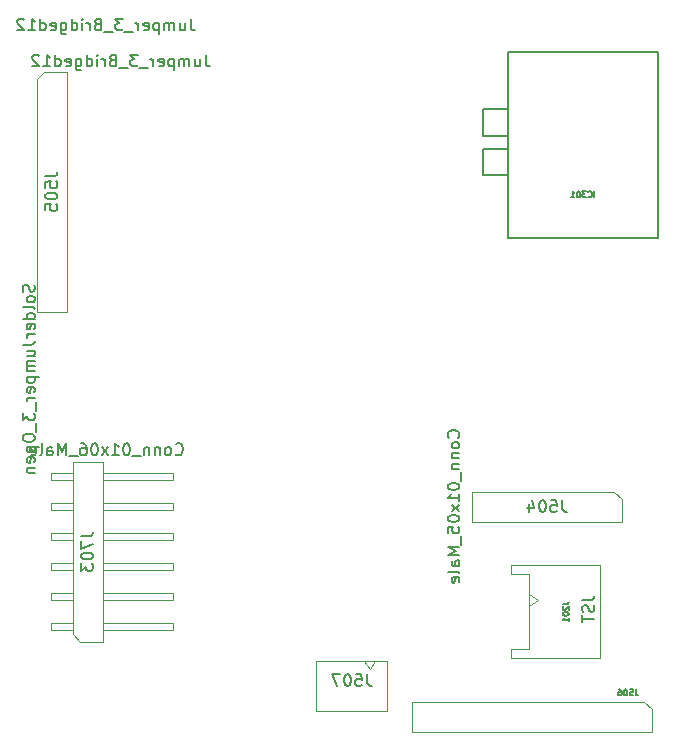
<source format=gbr>
G04 #@! TF.GenerationSoftware,KiCad,Pcbnew,(5.1.6)-1*
G04 #@! TF.CreationDate,2021-05-29T12:10:38-05:00*
G04 #@! TF.ProjectId,SapphineMinimal,53617070-6869-46e6-954d-696e696d616c,rev?*
G04 #@! TF.SameCoordinates,Original*
G04 #@! TF.FileFunction,Other,Fab,Bot*
%FSLAX46Y46*%
G04 Gerber Fmt 4.6, Leading zero omitted, Abs format (unit mm)*
G04 Created by KiCad (PCBNEW (5.1.6)-1) date 2021-05-29 12:10:38*
%MOMM*%
%LPD*%
G01*
G04 APERTURE LIST*
%ADD10C,0.100000*%
%ADD11C,0.200000*%
%ADD12C,0.150000*%
%ADD13C,0.127000*%
G04 APERTURE END LIST*
D10*
X81129000Y-118110000D02*
X83034000Y-118110000D01*
X83034000Y-118110000D02*
X83034000Y-102870000D01*
X83034000Y-102870000D02*
X80494000Y-102870000D01*
X80494000Y-102870000D02*
X80494000Y-117475000D01*
X80494000Y-117475000D02*
X81129000Y-118110000D01*
X78674000Y-117160000D02*
X80494000Y-117160000D01*
X78674000Y-117160000D02*
X78674000Y-116520000D01*
X78674000Y-116520000D02*
X80494000Y-116520000D01*
X83034000Y-117160000D02*
X89034000Y-117160000D01*
X89034000Y-117160000D02*
X89034000Y-116520000D01*
X83034000Y-116520000D02*
X89034000Y-116520000D01*
X78674000Y-114620000D02*
X80494000Y-114620000D01*
X78674000Y-114620000D02*
X78674000Y-113980000D01*
X78674000Y-113980000D02*
X80494000Y-113980000D01*
X83034000Y-114620000D02*
X89034000Y-114620000D01*
X89034000Y-114620000D02*
X89034000Y-113980000D01*
X83034000Y-113980000D02*
X89034000Y-113980000D01*
X78674000Y-112080000D02*
X80494000Y-112080000D01*
X78674000Y-112080000D02*
X78674000Y-111440000D01*
X78674000Y-111440000D02*
X80494000Y-111440000D01*
X83034000Y-112080000D02*
X89034000Y-112080000D01*
X89034000Y-112080000D02*
X89034000Y-111440000D01*
X83034000Y-111440000D02*
X89034000Y-111440000D01*
X78674000Y-109540000D02*
X80494000Y-109540000D01*
X78674000Y-109540000D02*
X78674000Y-108900000D01*
X78674000Y-108900000D02*
X80494000Y-108900000D01*
X83034000Y-109540000D02*
X89034000Y-109540000D01*
X89034000Y-109540000D02*
X89034000Y-108900000D01*
X83034000Y-108900000D02*
X89034000Y-108900000D01*
X78674000Y-107000000D02*
X80494000Y-107000000D01*
X78674000Y-107000000D02*
X78674000Y-106360000D01*
X78674000Y-106360000D02*
X80494000Y-106360000D01*
X83034000Y-107000000D02*
X89034000Y-107000000D01*
X89034000Y-107000000D02*
X89034000Y-106360000D01*
X83034000Y-106360000D02*
X89034000Y-106360000D01*
X78674000Y-104460000D02*
X80494000Y-104460000D01*
X78674000Y-104460000D02*
X78674000Y-103820000D01*
X78674000Y-103820000D02*
X80494000Y-103820000D01*
X83034000Y-104460000D02*
X89034000Y-104460000D01*
X89034000Y-104460000D02*
X89034000Y-103820000D01*
X83034000Y-103820000D02*
X89034000Y-103820000D01*
D11*
X115238000Y-78619000D02*
X117348000Y-78619000D01*
X115238000Y-76379000D02*
X115238000Y-78619000D01*
X117348000Y-76379000D02*
X115238000Y-76379000D01*
X115238000Y-75269000D02*
X117348000Y-75269000D01*
X115238000Y-73029000D02*
X115238000Y-75269000D01*
X117348000Y-73029000D02*
X115238000Y-73029000D01*
X130048000Y-83949000D02*
X130048000Y-68199000D01*
X117348000Y-83949000D02*
X130048000Y-83949000D01*
X117348000Y-68199000D02*
X117348000Y-83949000D01*
X130048000Y-68199000D02*
X117348000Y-68199000D01*
D10*
X80010000Y-69850000D02*
X78105000Y-69850000D01*
X78105000Y-69850000D02*
X77470000Y-70485000D01*
X77470000Y-70485000D02*
X77470000Y-90170000D01*
X77470000Y-90170000D02*
X80010000Y-90170000D01*
X80010000Y-90170000D02*
X80010000Y-69850000D01*
X127000000Y-107950000D02*
X127000000Y-106045000D01*
X127000000Y-106045000D02*
X126365000Y-105410000D01*
X126365000Y-105410000D02*
X114300000Y-105410000D01*
X114300000Y-105410000D02*
X114300000Y-107950000D01*
X114300000Y-107950000D02*
X127000000Y-107950000D01*
X105640000Y-120444107D02*
X105140000Y-119737000D01*
X106140000Y-119737000D02*
X105640000Y-120444107D01*
X101140000Y-119737000D02*
X101140000Y-123987000D01*
X107140000Y-119737000D02*
X107140000Y-123987000D01*
X107140000Y-123987000D02*
X101140000Y-123987000D01*
X107140000Y-119737000D02*
X101140000Y-119737000D01*
X109220000Y-125730000D02*
X129540000Y-125730000D01*
X109220000Y-123190000D02*
X109220000Y-125730000D01*
X128905000Y-123190000D02*
X109220000Y-123190000D01*
X129540000Y-123825000D02*
X128905000Y-123190000D01*
X129540000Y-125730000D02*
X129540000Y-123825000D01*
X119884107Y-114570000D02*
X119177000Y-115070000D01*
X119177000Y-114070000D02*
X119884107Y-114570000D01*
X117577000Y-119520000D02*
X125177000Y-119520000D01*
X117577000Y-111620000D02*
X125177000Y-111620000D01*
X125177000Y-111620000D02*
X125177000Y-119520000D01*
X117577000Y-118720000D02*
X117577000Y-119520000D01*
X119177000Y-118720000D02*
X117577000Y-118720000D01*
X119177000Y-112420000D02*
X119177000Y-118720000D01*
X117577000Y-112420000D02*
X119177000Y-112420000D01*
X117577000Y-111620000D02*
X117577000Y-112420000D01*
D12*
X77244761Y-87908809D02*
X77292380Y-88051666D01*
X77292380Y-88289761D01*
X77244761Y-88385000D01*
X77197142Y-88432619D01*
X77101904Y-88480238D01*
X77006666Y-88480238D01*
X76911428Y-88432619D01*
X76863809Y-88385000D01*
X76816190Y-88289761D01*
X76768571Y-88099285D01*
X76720952Y-88004047D01*
X76673333Y-87956428D01*
X76578095Y-87908809D01*
X76482857Y-87908809D01*
X76387619Y-87956428D01*
X76340000Y-88004047D01*
X76292380Y-88099285D01*
X76292380Y-88337380D01*
X76340000Y-88480238D01*
X77292380Y-89051666D02*
X77244761Y-88956428D01*
X77197142Y-88908809D01*
X77101904Y-88861190D01*
X76816190Y-88861190D01*
X76720952Y-88908809D01*
X76673333Y-88956428D01*
X76625714Y-89051666D01*
X76625714Y-89194523D01*
X76673333Y-89289761D01*
X76720952Y-89337380D01*
X76816190Y-89385000D01*
X77101904Y-89385000D01*
X77197142Y-89337380D01*
X77244761Y-89289761D01*
X77292380Y-89194523D01*
X77292380Y-89051666D01*
X77292380Y-89956428D02*
X77244761Y-89861190D01*
X77149523Y-89813571D01*
X76292380Y-89813571D01*
X77292380Y-90765952D02*
X76292380Y-90765952D01*
X77244761Y-90765952D02*
X77292380Y-90670714D01*
X77292380Y-90480238D01*
X77244761Y-90385000D01*
X77197142Y-90337380D01*
X77101904Y-90289761D01*
X76816190Y-90289761D01*
X76720952Y-90337380D01*
X76673333Y-90385000D01*
X76625714Y-90480238D01*
X76625714Y-90670714D01*
X76673333Y-90765952D01*
X77244761Y-91623095D02*
X77292380Y-91527857D01*
X77292380Y-91337380D01*
X77244761Y-91242142D01*
X77149523Y-91194523D01*
X76768571Y-91194523D01*
X76673333Y-91242142D01*
X76625714Y-91337380D01*
X76625714Y-91527857D01*
X76673333Y-91623095D01*
X76768571Y-91670714D01*
X76863809Y-91670714D01*
X76959047Y-91194523D01*
X77292380Y-92099285D02*
X76625714Y-92099285D01*
X76816190Y-92099285D02*
X76720952Y-92146904D01*
X76673333Y-92194523D01*
X76625714Y-92289761D01*
X76625714Y-92385000D01*
X76292380Y-93004047D02*
X77006666Y-93004047D01*
X77149523Y-92956428D01*
X77244761Y-92861190D01*
X77292380Y-92718333D01*
X77292380Y-92623095D01*
X76625714Y-93908809D02*
X77292380Y-93908809D01*
X76625714Y-93480238D02*
X77149523Y-93480238D01*
X77244761Y-93527857D01*
X77292380Y-93623095D01*
X77292380Y-93765952D01*
X77244761Y-93861190D01*
X77197142Y-93908809D01*
X77292380Y-94385000D02*
X76625714Y-94385000D01*
X76720952Y-94385000D02*
X76673333Y-94432619D01*
X76625714Y-94527857D01*
X76625714Y-94670714D01*
X76673333Y-94765952D01*
X76768571Y-94813571D01*
X77292380Y-94813571D01*
X76768571Y-94813571D02*
X76673333Y-94861190D01*
X76625714Y-94956428D01*
X76625714Y-95099285D01*
X76673333Y-95194523D01*
X76768571Y-95242142D01*
X77292380Y-95242142D01*
X76625714Y-95718333D02*
X77625714Y-95718333D01*
X76673333Y-95718333D02*
X76625714Y-95813571D01*
X76625714Y-96004047D01*
X76673333Y-96099285D01*
X76720952Y-96146904D01*
X76816190Y-96194523D01*
X77101904Y-96194523D01*
X77197142Y-96146904D01*
X77244761Y-96099285D01*
X77292380Y-96004047D01*
X77292380Y-95813571D01*
X77244761Y-95718333D01*
X77244761Y-97004047D02*
X77292380Y-96908809D01*
X77292380Y-96718333D01*
X77244761Y-96623095D01*
X77149523Y-96575476D01*
X76768571Y-96575476D01*
X76673333Y-96623095D01*
X76625714Y-96718333D01*
X76625714Y-96908809D01*
X76673333Y-97004047D01*
X76768571Y-97051666D01*
X76863809Y-97051666D01*
X76959047Y-96575476D01*
X77292380Y-97480238D02*
X76625714Y-97480238D01*
X76816190Y-97480238D02*
X76720952Y-97527857D01*
X76673333Y-97575476D01*
X76625714Y-97670714D01*
X76625714Y-97765952D01*
X77387619Y-97861190D02*
X77387619Y-98623095D01*
X76292380Y-98765952D02*
X76292380Y-99385000D01*
X76673333Y-99051666D01*
X76673333Y-99194523D01*
X76720952Y-99289761D01*
X76768571Y-99337380D01*
X76863809Y-99385000D01*
X77101904Y-99385000D01*
X77197142Y-99337380D01*
X77244761Y-99289761D01*
X77292380Y-99194523D01*
X77292380Y-98908809D01*
X77244761Y-98813571D01*
X77197142Y-98765952D01*
X77387619Y-99575476D02*
X77387619Y-100337380D01*
X76292380Y-100765952D02*
X76292380Y-100956428D01*
X76340000Y-101051666D01*
X76435238Y-101146904D01*
X76625714Y-101194523D01*
X76959047Y-101194523D01*
X77149523Y-101146904D01*
X77244761Y-101051666D01*
X77292380Y-100956428D01*
X77292380Y-100765952D01*
X77244761Y-100670714D01*
X77149523Y-100575476D01*
X76959047Y-100527857D01*
X76625714Y-100527857D01*
X76435238Y-100575476D01*
X76340000Y-100670714D01*
X76292380Y-100765952D01*
X76625714Y-101623095D02*
X77625714Y-101623095D01*
X76673333Y-101623095D02*
X76625714Y-101718333D01*
X76625714Y-101908809D01*
X76673333Y-102004047D01*
X76720952Y-102051666D01*
X76816190Y-102099285D01*
X77101904Y-102099285D01*
X77197142Y-102051666D01*
X77244761Y-102004047D01*
X77292380Y-101908809D01*
X77292380Y-101718333D01*
X77244761Y-101623095D01*
X77244761Y-102908809D02*
X77292380Y-102813571D01*
X77292380Y-102623095D01*
X77244761Y-102527857D01*
X77149523Y-102480238D01*
X76768571Y-102480238D01*
X76673333Y-102527857D01*
X76625714Y-102623095D01*
X76625714Y-102813571D01*
X76673333Y-102908809D01*
X76768571Y-102956428D01*
X76863809Y-102956428D01*
X76959047Y-102480238D01*
X76625714Y-103385000D02*
X77292380Y-103385000D01*
X76720952Y-103385000D02*
X76673333Y-103432619D01*
X76625714Y-103527857D01*
X76625714Y-103670714D01*
X76673333Y-103765952D01*
X76768571Y-103813571D01*
X77292380Y-103813571D01*
X89212333Y-102227142D02*
X89259952Y-102274761D01*
X89402809Y-102322380D01*
X89498047Y-102322380D01*
X89640904Y-102274761D01*
X89736142Y-102179523D01*
X89783761Y-102084285D01*
X89831380Y-101893809D01*
X89831380Y-101750952D01*
X89783761Y-101560476D01*
X89736142Y-101465238D01*
X89640904Y-101370000D01*
X89498047Y-101322380D01*
X89402809Y-101322380D01*
X89259952Y-101370000D01*
X89212333Y-101417619D01*
X88640904Y-102322380D02*
X88736142Y-102274761D01*
X88783761Y-102227142D01*
X88831380Y-102131904D01*
X88831380Y-101846190D01*
X88783761Y-101750952D01*
X88736142Y-101703333D01*
X88640904Y-101655714D01*
X88498047Y-101655714D01*
X88402809Y-101703333D01*
X88355190Y-101750952D01*
X88307571Y-101846190D01*
X88307571Y-102131904D01*
X88355190Y-102227142D01*
X88402809Y-102274761D01*
X88498047Y-102322380D01*
X88640904Y-102322380D01*
X87879000Y-101655714D02*
X87879000Y-102322380D01*
X87879000Y-101750952D02*
X87831380Y-101703333D01*
X87736142Y-101655714D01*
X87593285Y-101655714D01*
X87498047Y-101703333D01*
X87450428Y-101798571D01*
X87450428Y-102322380D01*
X86974238Y-101655714D02*
X86974238Y-102322380D01*
X86974238Y-101750952D02*
X86926619Y-101703333D01*
X86831380Y-101655714D01*
X86688523Y-101655714D01*
X86593285Y-101703333D01*
X86545666Y-101798571D01*
X86545666Y-102322380D01*
X86307571Y-102417619D02*
X85545666Y-102417619D01*
X85117095Y-101322380D02*
X85021857Y-101322380D01*
X84926619Y-101370000D01*
X84879000Y-101417619D01*
X84831380Y-101512857D01*
X84783761Y-101703333D01*
X84783761Y-101941428D01*
X84831380Y-102131904D01*
X84879000Y-102227142D01*
X84926619Y-102274761D01*
X85021857Y-102322380D01*
X85117095Y-102322380D01*
X85212333Y-102274761D01*
X85259952Y-102227142D01*
X85307571Y-102131904D01*
X85355190Y-101941428D01*
X85355190Y-101703333D01*
X85307571Y-101512857D01*
X85259952Y-101417619D01*
X85212333Y-101370000D01*
X85117095Y-101322380D01*
X83831380Y-102322380D02*
X84402809Y-102322380D01*
X84117095Y-102322380D02*
X84117095Y-101322380D01*
X84212333Y-101465238D01*
X84307571Y-101560476D01*
X84402809Y-101608095D01*
X83498047Y-102322380D02*
X82974238Y-101655714D01*
X83498047Y-101655714D02*
X82974238Y-102322380D01*
X82402809Y-101322380D02*
X82307571Y-101322380D01*
X82212333Y-101370000D01*
X82164714Y-101417619D01*
X82117095Y-101512857D01*
X82069476Y-101703333D01*
X82069476Y-101941428D01*
X82117095Y-102131904D01*
X82164714Y-102227142D01*
X82212333Y-102274761D01*
X82307571Y-102322380D01*
X82402809Y-102322380D01*
X82498047Y-102274761D01*
X82545666Y-102227142D01*
X82593285Y-102131904D01*
X82640904Y-101941428D01*
X82640904Y-101703333D01*
X82593285Y-101512857D01*
X82545666Y-101417619D01*
X82498047Y-101370000D01*
X82402809Y-101322380D01*
X81212333Y-101322380D02*
X81402809Y-101322380D01*
X81498047Y-101370000D01*
X81545666Y-101417619D01*
X81640904Y-101560476D01*
X81688523Y-101750952D01*
X81688523Y-102131904D01*
X81640904Y-102227142D01*
X81593285Y-102274761D01*
X81498047Y-102322380D01*
X81307571Y-102322380D01*
X81212333Y-102274761D01*
X81164714Y-102227142D01*
X81117095Y-102131904D01*
X81117095Y-101893809D01*
X81164714Y-101798571D01*
X81212333Y-101750952D01*
X81307571Y-101703333D01*
X81498047Y-101703333D01*
X81593285Y-101750952D01*
X81640904Y-101798571D01*
X81688523Y-101893809D01*
X80926619Y-102417619D02*
X80164714Y-102417619D01*
X79926619Y-102322380D02*
X79926619Y-101322380D01*
X79593285Y-102036666D01*
X79259952Y-101322380D01*
X79259952Y-102322380D01*
X78355190Y-102322380D02*
X78355190Y-101798571D01*
X78402809Y-101703333D01*
X78498047Y-101655714D01*
X78688523Y-101655714D01*
X78783761Y-101703333D01*
X78355190Y-102274761D02*
X78450428Y-102322380D01*
X78688523Y-102322380D01*
X78783761Y-102274761D01*
X78831380Y-102179523D01*
X78831380Y-102084285D01*
X78783761Y-101989047D01*
X78688523Y-101941428D01*
X78450428Y-101941428D01*
X78355190Y-101893809D01*
X77736142Y-102322380D02*
X77831380Y-102274761D01*
X77879000Y-102179523D01*
X77879000Y-101322380D01*
X76974238Y-102274761D02*
X77069476Y-102322380D01*
X77259952Y-102322380D01*
X77355190Y-102274761D01*
X77402809Y-102179523D01*
X77402809Y-101798571D01*
X77355190Y-101703333D01*
X77259952Y-101655714D01*
X77069476Y-101655714D01*
X76974238Y-101703333D01*
X76926619Y-101798571D01*
X76926619Y-101893809D01*
X77402809Y-101989047D01*
X81216380Y-109204285D02*
X81930666Y-109204285D01*
X82073523Y-109156666D01*
X82168761Y-109061428D01*
X82216380Y-108918571D01*
X82216380Y-108823333D01*
X81216380Y-109585238D02*
X81216380Y-110251904D01*
X82216380Y-109823333D01*
X81216380Y-110823333D02*
X81216380Y-110918571D01*
X81264000Y-111013809D01*
X81311619Y-111061428D01*
X81406857Y-111109047D01*
X81597333Y-111156666D01*
X81835428Y-111156666D01*
X82025904Y-111109047D01*
X82121142Y-111061428D01*
X82168761Y-111013809D01*
X82216380Y-110918571D01*
X82216380Y-110823333D01*
X82168761Y-110728095D01*
X82121142Y-110680476D01*
X82025904Y-110632857D01*
X81835428Y-110585238D01*
X81597333Y-110585238D01*
X81406857Y-110632857D01*
X81311619Y-110680476D01*
X81264000Y-110728095D01*
X81216380Y-110823333D01*
X81216380Y-111490000D02*
X81216380Y-112109047D01*
X81597333Y-111775714D01*
X81597333Y-111918571D01*
X81644952Y-112013809D01*
X81692571Y-112061428D01*
X81787809Y-112109047D01*
X82025904Y-112109047D01*
X82121142Y-112061428D01*
X82168761Y-112013809D01*
X82216380Y-111918571D01*
X82216380Y-111632857D01*
X82168761Y-111537619D01*
X82121142Y-111490000D01*
D13*
X124677714Y-80493809D02*
X124677714Y-79985809D01*
X124145523Y-80445428D02*
X124169714Y-80469619D01*
X124242285Y-80493809D01*
X124290666Y-80493809D01*
X124363238Y-80469619D01*
X124411619Y-80421238D01*
X124435809Y-80372857D01*
X124460000Y-80276095D01*
X124460000Y-80203523D01*
X124435809Y-80106761D01*
X124411619Y-80058380D01*
X124363238Y-80010000D01*
X124290666Y-79985809D01*
X124242285Y-79985809D01*
X124169714Y-80010000D01*
X124145523Y-80034190D01*
X123976190Y-79985809D02*
X123661714Y-79985809D01*
X123831047Y-80179333D01*
X123758476Y-80179333D01*
X123710095Y-80203523D01*
X123685904Y-80227714D01*
X123661714Y-80276095D01*
X123661714Y-80397047D01*
X123685904Y-80445428D01*
X123710095Y-80469619D01*
X123758476Y-80493809D01*
X123903619Y-80493809D01*
X123952000Y-80469619D01*
X123976190Y-80445428D01*
X123347238Y-79985809D02*
X123298857Y-79985809D01*
X123250476Y-80010000D01*
X123226285Y-80034190D01*
X123202095Y-80082571D01*
X123177904Y-80179333D01*
X123177904Y-80300285D01*
X123202095Y-80397047D01*
X123226285Y-80445428D01*
X123250476Y-80469619D01*
X123298857Y-80493809D01*
X123347238Y-80493809D01*
X123395619Y-80469619D01*
X123419809Y-80445428D01*
X123444000Y-80397047D01*
X123468190Y-80300285D01*
X123468190Y-80179333D01*
X123444000Y-80082571D01*
X123419809Y-80034190D01*
X123395619Y-80010000D01*
X123347238Y-79985809D01*
X122694095Y-80493809D02*
X122984380Y-80493809D01*
X122839238Y-80493809D02*
X122839238Y-79985809D01*
X122887619Y-80058380D01*
X122936000Y-80106761D01*
X122984380Y-80130952D01*
D12*
X91772476Y-68418380D02*
X91772476Y-69132666D01*
X91820095Y-69275523D01*
X91915333Y-69370761D01*
X92058190Y-69418380D01*
X92153428Y-69418380D01*
X90867714Y-68751714D02*
X90867714Y-69418380D01*
X91296285Y-68751714D02*
X91296285Y-69275523D01*
X91248666Y-69370761D01*
X91153428Y-69418380D01*
X91010571Y-69418380D01*
X90915333Y-69370761D01*
X90867714Y-69323142D01*
X90391523Y-69418380D02*
X90391523Y-68751714D01*
X90391523Y-68846952D02*
X90343904Y-68799333D01*
X90248666Y-68751714D01*
X90105809Y-68751714D01*
X90010571Y-68799333D01*
X89962952Y-68894571D01*
X89962952Y-69418380D01*
X89962952Y-68894571D02*
X89915333Y-68799333D01*
X89820095Y-68751714D01*
X89677238Y-68751714D01*
X89582000Y-68799333D01*
X89534380Y-68894571D01*
X89534380Y-69418380D01*
X89058190Y-68751714D02*
X89058190Y-69751714D01*
X89058190Y-68799333D02*
X88962952Y-68751714D01*
X88772476Y-68751714D01*
X88677238Y-68799333D01*
X88629619Y-68846952D01*
X88582000Y-68942190D01*
X88582000Y-69227904D01*
X88629619Y-69323142D01*
X88677238Y-69370761D01*
X88772476Y-69418380D01*
X88962952Y-69418380D01*
X89058190Y-69370761D01*
X87772476Y-69370761D02*
X87867714Y-69418380D01*
X88058190Y-69418380D01*
X88153428Y-69370761D01*
X88201047Y-69275523D01*
X88201047Y-68894571D01*
X88153428Y-68799333D01*
X88058190Y-68751714D01*
X87867714Y-68751714D01*
X87772476Y-68799333D01*
X87724857Y-68894571D01*
X87724857Y-68989809D01*
X88201047Y-69085047D01*
X87296285Y-69418380D02*
X87296285Y-68751714D01*
X87296285Y-68942190D02*
X87248666Y-68846952D01*
X87201047Y-68799333D01*
X87105809Y-68751714D01*
X87010571Y-68751714D01*
X86915333Y-69513619D02*
X86153428Y-69513619D01*
X86010571Y-68418380D02*
X85391523Y-68418380D01*
X85724857Y-68799333D01*
X85582000Y-68799333D01*
X85486761Y-68846952D01*
X85439142Y-68894571D01*
X85391523Y-68989809D01*
X85391523Y-69227904D01*
X85439142Y-69323142D01*
X85486761Y-69370761D01*
X85582000Y-69418380D01*
X85867714Y-69418380D01*
X85962952Y-69370761D01*
X86010571Y-69323142D01*
X85201047Y-69513619D02*
X84439142Y-69513619D01*
X83867714Y-68894571D02*
X83724857Y-68942190D01*
X83677238Y-68989809D01*
X83629619Y-69085047D01*
X83629619Y-69227904D01*
X83677238Y-69323142D01*
X83724857Y-69370761D01*
X83820095Y-69418380D01*
X84201047Y-69418380D01*
X84201047Y-68418380D01*
X83867714Y-68418380D01*
X83772476Y-68466000D01*
X83724857Y-68513619D01*
X83677238Y-68608857D01*
X83677238Y-68704095D01*
X83724857Y-68799333D01*
X83772476Y-68846952D01*
X83867714Y-68894571D01*
X84201047Y-68894571D01*
X83201047Y-69418380D02*
X83201047Y-68751714D01*
X83201047Y-68942190D02*
X83153428Y-68846952D01*
X83105809Y-68799333D01*
X83010571Y-68751714D01*
X82915333Y-68751714D01*
X82582000Y-69418380D02*
X82582000Y-68751714D01*
X82582000Y-68418380D02*
X82629619Y-68466000D01*
X82582000Y-68513619D01*
X82534380Y-68466000D01*
X82582000Y-68418380D01*
X82582000Y-68513619D01*
X81677238Y-69418380D02*
X81677238Y-68418380D01*
X81677238Y-69370761D02*
X81772476Y-69418380D01*
X81962952Y-69418380D01*
X82058190Y-69370761D01*
X82105809Y-69323142D01*
X82153428Y-69227904D01*
X82153428Y-68942190D01*
X82105809Y-68846952D01*
X82058190Y-68799333D01*
X81962952Y-68751714D01*
X81772476Y-68751714D01*
X81677238Y-68799333D01*
X80772476Y-68751714D02*
X80772476Y-69561238D01*
X80820095Y-69656476D01*
X80867714Y-69704095D01*
X80962952Y-69751714D01*
X81105809Y-69751714D01*
X81201047Y-69704095D01*
X80772476Y-69370761D02*
X80867714Y-69418380D01*
X81058190Y-69418380D01*
X81153428Y-69370761D01*
X81201047Y-69323142D01*
X81248666Y-69227904D01*
X81248666Y-68942190D01*
X81201047Y-68846952D01*
X81153428Y-68799333D01*
X81058190Y-68751714D01*
X80867714Y-68751714D01*
X80772476Y-68799333D01*
X79915333Y-69370761D02*
X80010571Y-69418380D01*
X80201047Y-69418380D01*
X80296285Y-69370761D01*
X80343904Y-69275523D01*
X80343904Y-68894571D01*
X80296285Y-68799333D01*
X80201047Y-68751714D01*
X80010571Y-68751714D01*
X79915333Y-68799333D01*
X79867714Y-68894571D01*
X79867714Y-68989809D01*
X80343904Y-69085047D01*
X79010571Y-69418380D02*
X79010571Y-68418380D01*
X79010571Y-69370761D02*
X79105809Y-69418380D01*
X79296285Y-69418380D01*
X79391523Y-69370761D01*
X79439142Y-69323142D01*
X79486761Y-69227904D01*
X79486761Y-68942190D01*
X79439142Y-68846952D01*
X79391523Y-68799333D01*
X79296285Y-68751714D01*
X79105809Y-68751714D01*
X79010571Y-68799333D01*
X78010571Y-69418380D02*
X78582000Y-69418380D01*
X78296285Y-69418380D02*
X78296285Y-68418380D01*
X78391523Y-68561238D01*
X78486761Y-68656476D01*
X78582000Y-68704095D01*
X77629619Y-68513619D02*
X77582000Y-68466000D01*
X77486761Y-68418380D01*
X77248666Y-68418380D01*
X77153428Y-68466000D01*
X77105809Y-68513619D01*
X77058190Y-68608857D01*
X77058190Y-68704095D01*
X77105809Y-68846952D01*
X77677238Y-69418380D01*
X77058190Y-69418380D01*
X78192380Y-78724285D02*
X78906666Y-78724285D01*
X79049523Y-78676666D01*
X79144761Y-78581428D01*
X79192380Y-78438571D01*
X79192380Y-78343333D01*
X78192380Y-79676666D02*
X78192380Y-79200476D01*
X78668571Y-79152857D01*
X78620952Y-79200476D01*
X78573333Y-79295714D01*
X78573333Y-79533809D01*
X78620952Y-79629047D01*
X78668571Y-79676666D01*
X78763809Y-79724285D01*
X79001904Y-79724285D01*
X79097142Y-79676666D01*
X79144761Y-79629047D01*
X79192380Y-79533809D01*
X79192380Y-79295714D01*
X79144761Y-79200476D01*
X79097142Y-79152857D01*
X78192380Y-80343333D02*
X78192380Y-80438571D01*
X78240000Y-80533809D01*
X78287619Y-80581428D01*
X78382857Y-80629047D01*
X78573333Y-80676666D01*
X78811428Y-80676666D01*
X79001904Y-80629047D01*
X79097142Y-80581428D01*
X79144761Y-80533809D01*
X79192380Y-80438571D01*
X79192380Y-80343333D01*
X79144761Y-80248095D01*
X79097142Y-80200476D01*
X79001904Y-80152857D01*
X78811428Y-80105238D01*
X78573333Y-80105238D01*
X78382857Y-80152857D01*
X78287619Y-80200476D01*
X78240000Y-80248095D01*
X78192380Y-80343333D01*
X78192380Y-81581428D02*
X78192380Y-81105238D01*
X78668571Y-81057619D01*
X78620952Y-81105238D01*
X78573333Y-81200476D01*
X78573333Y-81438571D01*
X78620952Y-81533809D01*
X78668571Y-81581428D01*
X78763809Y-81629047D01*
X79001904Y-81629047D01*
X79097142Y-81581428D01*
X79144761Y-81533809D01*
X79192380Y-81438571D01*
X79192380Y-81200476D01*
X79144761Y-81105238D01*
X79097142Y-81057619D01*
X113157142Y-100846666D02*
X113204761Y-100799047D01*
X113252380Y-100656190D01*
X113252380Y-100560952D01*
X113204761Y-100418095D01*
X113109523Y-100322857D01*
X113014285Y-100275238D01*
X112823809Y-100227619D01*
X112680952Y-100227619D01*
X112490476Y-100275238D01*
X112395238Y-100322857D01*
X112300000Y-100418095D01*
X112252380Y-100560952D01*
X112252380Y-100656190D01*
X112300000Y-100799047D01*
X112347619Y-100846666D01*
X113252380Y-101418095D02*
X113204761Y-101322857D01*
X113157142Y-101275238D01*
X113061904Y-101227619D01*
X112776190Y-101227619D01*
X112680952Y-101275238D01*
X112633333Y-101322857D01*
X112585714Y-101418095D01*
X112585714Y-101560952D01*
X112633333Y-101656190D01*
X112680952Y-101703809D01*
X112776190Y-101751428D01*
X113061904Y-101751428D01*
X113157142Y-101703809D01*
X113204761Y-101656190D01*
X113252380Y-101560952D01*
X113252380Y-101418095D01*
X112585714Y-102180000D02*
X113252380Y-102180000D01*
X112680952Y-102180000D02*
X112633333Y-102227619D01*
X112585714Y-102322857D01*
X112585714Y-102465714D01*
X112633333Y-102560952D01*
X112728571Y-102608571D01*
X113252380Y-102608571D01*
X112585714Y-103084761D02*
X113252380Y-103084761D01*
X112680952Y-103084761D02*
X112633333Y-103132380D01*
X112585714Y-103227619D01*
X112585714Y-103370476D01*
X112633333Y-103465714D01*
X112728571Y-103513333D01*
X113252380Y-103513333D01*
X113347619Y-103751428D02*
X113347619Y-104513333D01*
X112252380Y-104941904D02*
X112252380Y-105037142D01*
X112300000Y-105132380D01*
X112347619Y-105180000D01*
X112442857Y-105227619D01*
X112633333Y-105275238D01*
X112871428Y-105275238D01*
X113061904Y-105227619D01*
X113157142Y-105180000D01*
X113204761Y-105132380D01*
X113252380Y-105037142D01*
X113252380Y-104941904D01*
X113204761Y-104846666D01*
X113157142Y-104799047D01*
X113061904Y-104751428D01*
X112871428Y-104703809D01*
X112633333Y-104703809D01*
X112442857Y-104751428D01*
X112347619Y-104799047D01*
X112300000Y-104846666D01*
X112252380Y-104941904D01*
X113252380Y-106227619D02*
X113252380Y-105656190D01*
X113252380Y-105941904D02*
X112252380Y-105941904D01*
X112395238Y-105846666D01*
X112490476Y-105751428D01*
X112538095Y-105656190D01*
X113252380Y-106560952D02*
X112585714Y-107084761D01*
X112585714Y-106560952D02*
X113252380Y-107084761D01*
X112252380Y-107656190D02*
X112252380Y-107751428D01*
X112300000Y-107846666D01*
X112347619Y-107894285D01*
X112442857Y-107941904D01*
X112633333Y-107989523D01*
X112871428Y-107989523D01*
X113061904Y-107941904D01*
X113157142Y-107894285D01*
X113204761Y-107846666D01*
X113252380Y-107751428D01*
X113252380Y-107656190D01*
X113204761Y-107560952D01*
X113157142Y-107513333D01*
X113061904Y-107465714D01*
X112871428Y-107418095D01*
X112633333Y-107418095D01*
X112442857Y-107465714D01*
X112347619Y-107513333D01*
X112300000Y-107560952D01*
X112252380Y-107656190D01*
X112252380Y-108894285D02*
X112252380Y-108418095D01*
X112728571Y-108370476D01*
X112680952Y-108418095D01*
X112633333Y-108513333D01*
X112633333Y-108751428D01*
X112680952Y-108846666D01*
X112728571Y-108894285D01*
X112823809Y-108941904D01*
X113061904Y-108941904D01*
X113157142Y-108894285D01*
X113204761Y-108846666D01*
X113252380Y-108751428D01*
X113252380Y-108513333D01*
X113204761Y-108418095D01*
X113157142Y-108370476D01*
X113347619Y-109132380D02*
X113347619Y-109894285D01*
X113252380Y-110132380D02*
X112252380Y-110132380D01*
X112966666Y-110465714D01*
X112252380Y-110799047D01*
X113252380Y-110799047D01*
X113252380Y-111703809D02*
X112728571Y-111703809D01*
X112633333Y-111656190D01*
X112585714Y-111560952D01*
X112585714Y-111370476D01*
X112633333Y-111275238D01*
X113204761Y-111703809D02*
X113252380Y-111608571D01*
X113252380Y-111370476D01*
X113204761Y-111275238D01*
X113109523Y-111227619D01*
X113014285Y-111227619D01*
X112919047Y-111275238D01*
X112871428Y-111370476D01*
X112871428Y-111608571D01*
X112823809Y-111703809D01*
X113252380Y-112322857D02*
X113204761Y-112227619D01*
X113109523Y-112180000D01*
X112252380Y-112180000D01*
X113204761Y-113084761D02*
X113252380Y-112989523D01*
X113252380Y-112799047D01*
X113204761Y-112703809D01*
X113109523Y-112656190D01*
X112728571Y-112656190D01*
X112633333Y-112703809D01*
X112585714Y-112799047D01*
X112585714Y-112989523D01*
X112633333Y-113084761D01*
X112728571Y-113132380D01*
X112823809Y-113132380D01*
X112919047Y-112656190D01*
X121935714Y-106132380D02*
X121935714Y-106846666D01*
X121983333Y-106989523D01*
X122078571Y-107084761D01*
X122221428Y-107132380D01*
X122316666Y-107132380D01*
X120983333Y-106132380D02*
X121459523Y-106132380D01*
X121507142Y-106608571D01*
X121459523Y-106560952D01*
X121364285Y-106513333D01*
X121126190Y-106513333D01*
X121030952Y-106560952D01*
X120983333Y-106608571D01*
X120935714Y-106703809D01*
X120935714Y-106941904D01*
X120983333Y-107037142D01*
X121030952Y-107084761D01*
X121126190Y-107132380D01*
X121364285Y-107132380D01*
X121459523Y-107084761D01*
X121507142Y-107037142D01*
X120316666Y-106132380D02*
X120221428Y-106132380D01*
X120126190Y-106180000D01*
X120078571Y-106227619D01*
X120030952Y-106322857D01*
X119983333Y-106513333D01*
X119983333Y-106751428D01*
X120030952Y-106941904D01*
X120078571Y-107037142D01*
X120126190Y-107084761D01*
X120221428Y-107132380D01*
X120316666Y-107132380D01*
X120411904Y-107084761D01*
X120459523Y-107037142D01*
X120507142Y-106941904D01*
X120554761Y-106751428D01*
X120554761Y-106513333D01*
X120507142Y-106322857D01*
X120459523Y-106227619D01*
X120411904Y-106180000D01*
X120316666Y-106132380D01*
X119126190Y-106465714D02*
X119126190Y-107132380D01*
X119364285Y-106084761D02*
X119602380Y-106799047D01*
X118983333Y-106799047D01*
X90502476Y-65370380D02*
X90502476Y-66084666D01*
X90550095Y-66227523D01*
X90645333Y-66322761D01*
X90788190Y-66370380D01*
X90883428Y-66370380D01*
X89597714Y-65703714D02*
X89597714Y-66370380D01*
X90026285Y-65703714D02*
X90026285Y-66227523D01*
X89978666Y-66322761D01*
X89883428Y-66370380D01*
X89740571Y-66370380D01*
X89645333Y-66322761D01*
X89597714Y-66275142D01*
X89121523Y-66370380D02*
X89121523Y-65703714D01*
X89121523Y-65798952D02*
X89073904Y-65751333D01*
X88978666Y-65703714D01*
X88835809Y-65703714D01*
X88740571Y-65751333D01*
X88692952Y-65846571D01*
X88692952Y-66370380D01*
X88692952Y-65846571D02*
X88645333Y-65751333D01*
X88550095Y-65703714D01*
X88407238Y-65703714D01*
X88312000Y-65751333D01*
X88264380Y-65846571D01*
X88264380Y-66370380D01*
X87788190Y-65703714D02*
X87788190Y-66703714D01*
X87788190Y-65751333D02*
X87692952Y-65703714D01*
X87502476Y-65703714D01*
X87407238Y-65751333D01*
X87359619Y-65798952D01*
X87312000Y-65894190D01*
X87312000Y-66179904D01*
X87359619Y-66275142D01*
X87407238Y-66322761D01*
X87502476Y-66370380D01*
X87692952Y-66370380D01*
X87788190Y-66322761D01*
X86502476Y-66322761D02*
X86597714Y-66370380D01*
X86788190Y-66370380D01*
X86883428Y-66322761D01*
X86931047Y-66227523D01*
X86931047Y-65846571D01*
X86883428Y-65751333D01*
X86788190Y-65703714D01*
X86597714Y-65703714D01*
X86502476Y-65751333D01*
X86454857Y-65846571D01*
X86454857Y-65941809D01*
X86931047Y-66037047D01*
X86026285Y-66370380D02*
X86026285Y-65703714D01*
X86026285Y-65894190D02*
X85978666Y-65798952D01*
X85931047Y-65751333D01*
X85835809Y-65703714D01*
X85740571Y-65703714D01*
X85645333Y-66465619D02*
X84883428Y-66465619D01*
X84740571Y-65370380D02*
X84121523Y-65370380D01*
X84454857Y-65751333D01*
X84312000Y-65751333D01*
X84216761Y-65798952D01*
X84169142Y-65846571D01*
X84121523Y-65941809D01*
X84121523Y-66179904D01*
X84169142Y-66275142D01*
X84216761Y-66322761D01*
X84312000Y-66370380D01*
X84597714Y-66370380D01*
X84692952Y-66322761D01*
X84740571Y-66275142D01*
X83931047Y-66465619D02*
X83169142Y-66465619D01*
X82597714Y-65846571D02*
X82454857Y-65894190D01*
X82407238Y-65941809D01*
X82359619Y-66037047D01*
X82359619Y-66179904D01*
X82407238Y-66275142D01*
X82454857Y-66322761D01*
X82550095Y-66370380D01*
X82931047Y-66370380D01*
X82931047Y-65370380D01*
X82597714Y-65370380D01*
X82502476Y-65418000D01*
X82454857Y-65465619D01*
X82407238Y-65560857D01*
X82407238Y-65656095D01*
X82454857Y-65751333D01*
X82502476Y-65798952D01*
X82597714Y-65846571D01*
X82931047Y-65846571D01*
X81931047Y-66370380D02*
X81931047Y-65703714D01*
X81931047Y-65894190D02*
X81883428Y-65798952D01*
X81835809Y-65751333D01*
X81740571Y-65703714D01*
X81645333Y-65703714D01*
X81312000Y-66370380D02*
X81312000Y-65703714D01*
X81312000Y-65370380D02*
X81359619Y-65418000D01*
X81312000Y-65465619D01*
X81264380Y-65418000D01*
X81312000Y-65370380D01*
X81312000Y-65465619D01*
X80407238Y-66370380D02*
X80407238Y-65370380D01*
X80407238Y-66322761D02*
X80502476Y-66370380D01*
X80692952Y-66370380D01*
X80788190Y-66322761D01*
X80835809Y-66275142D01*
X80883428Y-66179904D01*
X80883428Y-65894190D01*
X80835809Y-65798952D01*
X80788190Y-65751333D01*
X80692952Y-65703714D01*
X80502476Y-65703714D01*
X80407238Y-65751333D01*
X79502476Y-65703714D02*
X79502476Y-66513238D01*
X79550095Y-66608476D01*
X79597714Y-66656095D01*
X79692952Y-66703714D01*
X79835809Y-66703714D01*
X79931047Y-66656095D01*
X79502476Y-66322761D02*
X79597714Y-66370380D01*
X79788190Y-66370380D01*
X79883428Y-66322761D01*
X79931047Y-66275142D01*
X79978666Y-66179904D01*
X79978666Y-65894190D01*
X79931047Y-65798952D01*
X79883428Y-65751333D01*
X79788190Y-65703714D01*
X79597714Y-65703714D01*
X79502476Y-65751333D01*
X78645333Y-66322761D02*
X78740571Y-66370380D01*
X78931047Y-66370380D01*
X79026285Y-66322761D01*
X79073904Y-66227523D01*
X79073904Y-65846571D01*
X79026285Y-65751333D01*
X78931047Y-65703714D01*
X78740571Y-65703714D01*
X78645333Y-65751333D01*
X78597714Y-65846571D01*
X78597714Y-65941809D01*
X79073904Y-66037047D01*
X77740571Y-66370380D02*
X77740571Y-65370380D01*
X77740571Y-66322761D02*
X77835809Y-66370380D01*
X78026285Y-66370380D01*
X78121523Y-66322761D01*
X78169142Y-66275142D01*
X78216761Y-66179904D01*
X78216761Y-65894190D01*
X78169142Y-65798952D01*
X78121523Y-65751333D01*
X78026285Y-65703714D01*
X77835809Y-65703714D01*
X77740571Y-65751333D01*
X76740571Y-66370380D02*
X77312000Y-66370380D01*
X77026285Y-66370380D02*
X77026285Y-65370380D01*
X77121523Y-65513238D01*
X77216761Y-65608476D01*
X77312000Y-65656095D01*
X76359619Y-65465619D02*
X76312000Y-65418000D01*
X76216761Y-65370380D01*
X75978666Y-65370380D01*
X75883428Y-65418000D01*
X75835809Y-65465619D01*
X75788190Y-65560857D01*
X75788190Y-65656095D01*
X75835809Y-65798952D01*
X76407238Y-66370380D01*
X75788190Y-66370380D01*
X105425714Y-120864380D02*
X105425714Y-121578666D01*
X105473333Y-121721523D01*
X105568571Y-121816761D01*
X105711428Y-121864380D01*
X105806666Y-121864380D01*
X104473333Y-120864380D02*
X104949523Y-120864380D01*
X104997142Y-121340571D01*
X104949523Y-121292952D01*
X104854285Y-121245333D01*
X104616190Y-121245333D01*
X104520952Y-121292952D01*
X104473333Y-121340571D01*
X104425714Y-121435809D01*
X104425714Y-121673904D01*
X104473333Y-121769142D01*
X104520952Y-121816761D01*
X104616190Y-121864380D01*
X104854285Y-121864380D01*
X104949523Y-121816761D01*
X104997142Y-121769142D01*
X103806666Y-120864380D02*
X103711428Y-120864380D01*
X103616190Y-120912000D01*
X103568571Y-120959619D01*
X103520952Y-121054857D01*
X103473333Y-121245333D01*
X103473333Y-121483428D01*
X103520952Y-121673904D01*
X103568571Y-121769142D01*
X103616190Y-121816761D01*
X103711428Y-121864380D01*
X103806666Y-121864380D01*
X103901904Y-121816761D01*
X103949523Y-121769142D01*
X103997142Y-121673904D01*
X104044761Y-121483428D01*
X104044761Y-121245333D01*
X103997142Y-121054857D01*
X103949523Y-120959619D01*
X103901904Y-120912000D01*
X103806666Y-120864380D01*
X103140000Y-120864380D02*
X102473333Y-120864380D01*
X102901904Y-121864380D01*
D13*
X128161142Y-122149809D02*
X128161142Y-122512666D01*
X128185333Y-122585238D01*
X128233714Y-122633619D01*
X128306285Y-122657809D01*
X128354666Y-122657809D01*
X127677333Y-122149809D02*
X127919238Y-122149809D01*
X127943428Y-122391714D01*
X127919238Y-122367523D01*
X127870857Y-122343333D01*
X127749904Y-122343333D01*
X127701523Y-122367523D01*
X127677333Y-122391714D01*
X127653142Y-122440095D01*
X127653142Y-122561047D01*
X127677333Y-122609428D01*
X127701523Y-122633619D01*
X127749904Y-122657809D01*
X127870857Y-122657809D01*
X127919238Y-122633619D01*
X127943428Y-122609428D01*
X127338666Y-122149809D02*
X127290285Y-122149809D01*
X127241904Y-122174000D01*
X127217714Y-122198190D01*
X127193523Y-122246571D01*
X127169333Y-122343333D01*
X127169333Y-122464285D01*
X127193523Y-122561047D01*
X127217714Y-122609428D01*
X127241904Y-122633619D01*
X127290285Y-122657809D01*
X127338666Y-122657809D01*
X127387047Y-122633619D01*
X127411238Y-122609428D01*
X127435428Y-122561047D01*
X127459619Y-122464285D01*
X127459619Y-122343333D01*
X127435428Y-122246571D01*
X127411238Y-122198190D01*
X127387047Y-122174000D01*
X127338666Y-122149809D01*
X126733904Y-122149809D02*
X126830666Y-122149809D01*
X126879047Y-122174000D01*
X126903238Y-122198190D01*
X126951619Y-122270761D01*
X126975809Y-122367523D01*
X126975809Y-122561047D01*
X126951619Y-122609428D01*
X126927428Y-122633619D01*
X126879047Y-122657809D01*
X126782285Y-122657809D01*
X126733904Y-122633619D01*
X126709714Y-122609428D01*
X126685523Y-122561047D01*
X126685523Y-122440095D01*
X126709714Y-122391714D01*
X126733904Y-122367523D01*
X126782285Y-122343333D01*
X126879047Y-122343333D01*
X126927428Y-122367523D01*
X126951619Y-122391714D01*
X126975809Y-122440095D01*
D12*
X123658380Y-114601714D02*
X124372666Y-114601714D01*
X124515523Y-114554095D01*
X124610761Y-114458857D01*
X124658380Y-114316000D01*
X124658380Y-114220761D01*
X124610761Y-115030285D02*
X124658380Y-115173142D01*
X124658380Y-115411238D01*
X124610761Y-115506476D01*
X124563142Y-115554095D01*
X124467904Y-115601714D01*
X124372666Y-115601714D01*
X124277428Y-115554095D01*
X124229809Y-115506476D01*
X124182190Y-115411238D01*
X124134571Y-115220761D01*
X124086952Y-115125523D01*
X124039333Y-115077904D01*
X123944095Y-115030285D01*
X123848857Y-115030285D01*
X123753619Y-115077904D01*
X123706000Y-115125523D01*
X123658380Y-115220761D01*
X123658380Y-115458857D01*
X123706000Y-115601714D01*
X123658380Y-115887428D02*
X123658380Y-116458857D01*
X124658380Y-116173142D02*
X123658380Y-116173142D01*
D13*
X121998809Y-114916857D02*
X122361666Y-114916857D01*
X122434238Y-114892666D01*
X122482619Y-114844285D01*
X122506809Y-114771714D01*
X122506809Y-114723333D01*
X122047190Y-115134571D02*
X122023000Y-115158761D01*
X121998809Y-115207142D01*
X121998809Y-115328095D01*
X122023000Y-115376476D01*
X122047190Y-115400666D01*
X122095571Y-115424857D01*
X122143952Y-115424857D01*
X122216523Y-115400666D01*
X122506809Y-115110380D01*
X122506809Y-115424857D01*
X121998809Y-115739333D02*
X121998809Y-115787714D01*
X122023000Y-115836095D01*
X122047190Y-115860285D01*
X122095571Y-115884476D01*
X122192333Y-115908666D01*
X122313285Y-115908666D01*
X122410047Y-115884476D01*
X122458428Y-115860285D01*
X122482619Y-115836095D01*
X122506809Y-115787714D01*
X122506809Y-115739333D01*
X122482619Y-115690952D01*
X122458428Y-115666761D01*
X122410047Y-115642571D01*
X122313285Y-115618380D01*
X122192333Y-115618380D01*
X122095571Y-115642571D01*
X122047190Y-115666761D01*
X122023000Y-115690952D01*
X121998809Y-115739333D01*
X122506809Y-116392476D02*
X122506809Y-116102190D01*
X122506809Y-116247333D02*
X121998809Y-116247333D01*
X122071380Y-116198952D01*
X122119761Y-116150571D01*
X122143952Y-116102190D01*
M02*

</source>
